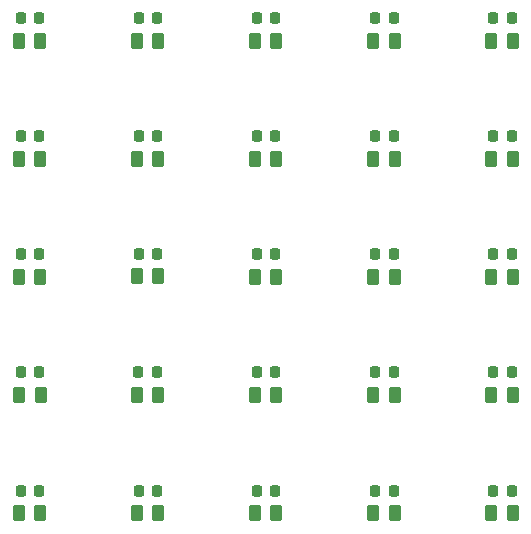
<source format=gtp>
G04 #@! TF.GenerationSoftware,KiCad,Pcbnew,7.0.9*
G04 #@! TF.CreationDate,2024-04-06T01:03:45+02:00*
G04 #@! TF.ProjectId,v3,76332e6b-6963-4616-945f-706362585858,rev?*
G04 #@! TF.SameCoordinates,Original*
G04 #@! TF.FileFunction,Paste,Top*
G04 #@! TF.FilePolarity,Positive*
%FSLAX46Y46*%
G04 Gerber Fmt 4.6, Leading zero omitted, Abs format (unit mm)*
G04 Created by KiCad (PCBNEW 7.0.9) date 2024-04-06 01:03:45*
%MOMM*%
%LPD*%
G01*
G04 APERTURE LIST*
G04 Aperture macros list*
%AMRoundRect*
0 Rectangle with rounded corners*
0 $1 Rounding radius*
0 $2 $3 $4 $5 $6 $7 $8 $9 X,Y pos of 4 corners*
0 Add a 4 corners polygon primitive as box body*
4,1,4,$2,$3,$4,$5,$6,$7,$8,$9,$2,$3,0*
0 Add four circle primitives for the rounded corners*
1,1,$1+$1,$2,$3*
1,1,$1+$1,$4,$5*
1,1,$1+$1,$6,$7*
1,1,$1+$1,$8,$9*
0 Add four rect primitives between the rounded corners*
20,1,$1+$1,$2,$3,$4,$5,0*
20,1,$1+$1,$4,$5,$6,$7,0*
20,1,$1+$1,$6,$7,$8,$9,0*
20,1,$1+$1,$8,$9,$2,$3,0*%
G04 Aperture macros list end*
%ADD10RoundRect,0.250000X-0.262500X-0.450000X0.262500X-0.450000X0.262500X0.450000X-0.262500X0.450000X0*%
%ADD11RoundRect,0.218750X-0.218750X-0.256250X0.218750X-0.256250X0.218750X0.256250X-0.218750X0.256250X0*%
G04 APERTURE END LIST*
D10*
X174062500Y-116900000D03*
X175887500Y-116900000D03*
X174062500Y-106900000D03*
X175887500Y-106900000D03*
X174062500Y-96900000D03*
X175887500Y-96900000D03*
X174062500Y-86900000D03*
X175887500Y-86900000D03*
X174062500Y-76900000D03*
X175887500Y-76900000D03*
X164062500Y-116900000D03*
X165887500Y-116900000D03*
X164062500Y-106900000D03*
X165887500Y-106900000D03*
X164062500Y-96900000D03*
X165887500Y-96900000D03*
X164062500Y-86900000D03*
X165887500Y-86900000D03*
X164062500Y-76900000D03*
X165887500Y-76900000D03*
X154062500Y-116900000D03*
X155887500Y-116900000D03*
X154062500Y-106900000D03*
X155887500Y-106900000D03*
X154062500Y-96900000D03*
X155887500Y-96900000D03*
X154062500Y-86900000D03*
X155887500Y-86900000D03*
X154062500Y-76900000D03*
X155887500Y-76900000D03*
X144062500Y-116900000D03*
X145887500Y-116900000D03*
X144062500Y-106900000D03*
X145887500Y-106900000D03*
X144062500Y-96800000D03*
X145887500Y-96800000D03*
X144062500Y-86900000D03*
X145887500Y-86900000D03*
X144062500Y-76900000D03*
X145887500Y-76900000D03*
X134062500Y-116900000D03*
X135887500Y-116900000D03*
X134112500Y-106900000D03*
X135937500Y-106900000D03*
X134062500Y-96900000D03*
X135887500Y-96900000D03*
X134062500Y-86900000D03*
X135887500Y-86900000D03*
X134062500Y-76900000D03*
X135887500Y-76900000D03*
D11*
X154200000Y-75000000D03*
X155775000Y-75000000D03*
X154225000Y-85000000D03*
X155800000Y-85000000D03*
X134237500Y-95000000D03*
X135812500Y-95000000D03*
X164225000Y-105000000D03*
X165800000Y-105000000D03*
X164225000Y-115000000D03*
X165800000Y-115000000D03*
X144225000Y-85000000D03*
X145800000Y-85000000D03*
X174225000Y-85000000D03*
X175800000Y-85000000D03*
X144200000Y-105000000D03*
X145775000Y-105000000D03*
X164225000Y-95000000D03*
X165800000Y-95000000D03*
X174225000Y-115000000D03*
X175800000Y-115000000D03*
X174225000Y-95000000D03*
X175800000Y-95000000D03*
X144225000Y-75000000D03*
X145800000Y-75000000D03*
X134225000Y-75000000D03*
X135800000Y-75000000D03*
X164225000Y-85000000D03*
X165800000Y-85000000D03*
X134225000Y-115000000D03*
X135800000Y-115000000D03*
X154225000Y-115000000D03*
X155800000Y-115000000D03*
X174225000Y-75000000D03*
X175800000Y-75000000D03*
X134237500Y-85000000D03*
X135812500Y-85000000D03*
X164225000Y-75000000D03*
X165800000Y-75000000D03*
X134237500Y-105000000D03*
X135812500Y-105000000D03*
X144225000Y-115000000D03*
X145800000Y-115000000D03*
X154225000Y-95000000D03*
X155800000Y-95000000D03*
X174225000Y-105000000D03*
X175800000Y-105000000D03*
X144225000Y-95000000D03*
X145800000Y-95000000D03*
X154225000Y-105000000D03*
X155800000Y-105000000D03*
M02*

</source>
